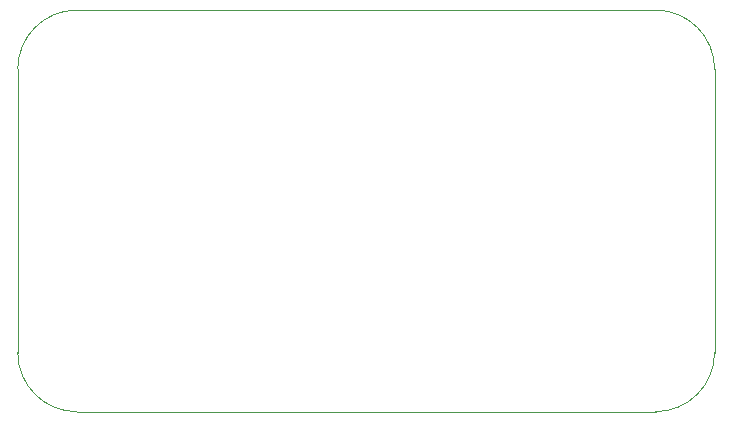
<source format=gbr>
%TF.GenerationSoftware,KiCad,Pcbnew,8.0.5*%
%TF.CreationDate,2024-12-20T15:16:31+03:00*%
%TF.ProjectId,Rectifier,52656374-6966-4696-9572-2e6b69636164,v01*%
%TF.SameCoordinates,Original*%
%TF.FileFunction,Profile,NP*%
%FSLAX46Y46*%
G04 Gerber Fmt 4.6, Leading zero omitted, Abs format (unit mm)*
G04 Created by KiCad (PCBNEW 8.0.5) date 2024-12-20 15:16:31*
%MOMM*%
%LPD*%
G01*
G04 APERTURE LIST*
%TA.AperFunction,Profile*%
%ADD10C,0.050000*%
%TD*%
G04 APERTURE END LIST*
D10*
X120000000Y-77000000D02*
X169000000Y-77000000D01*
X120000000Y-43000000D02*
X169000000Y-43000000D01*
X174000000Y-48000000D02*
X174000000Y-72000000D01*
X115000000Y-48000000D02*
X115000000Y-72000000D01*
X120000000Y-77000000D02*
G75*
G02*
X115000000Y-72000000I0J5000000D01*
G01*
X174000000Y-72000000D02*
G75*
G02*
X169000000Y-77000000I-5000000J0D01*
G01*
X169000000Y-43000000D02*
G75*
G02*
X174000000Y-48000000I0J-5000000D01*
G01*
X115000000Y-48000000D02*
G75*
G02*
X120000000Y-43000000I5000000J0D01*
G01*
M02*

</source>
